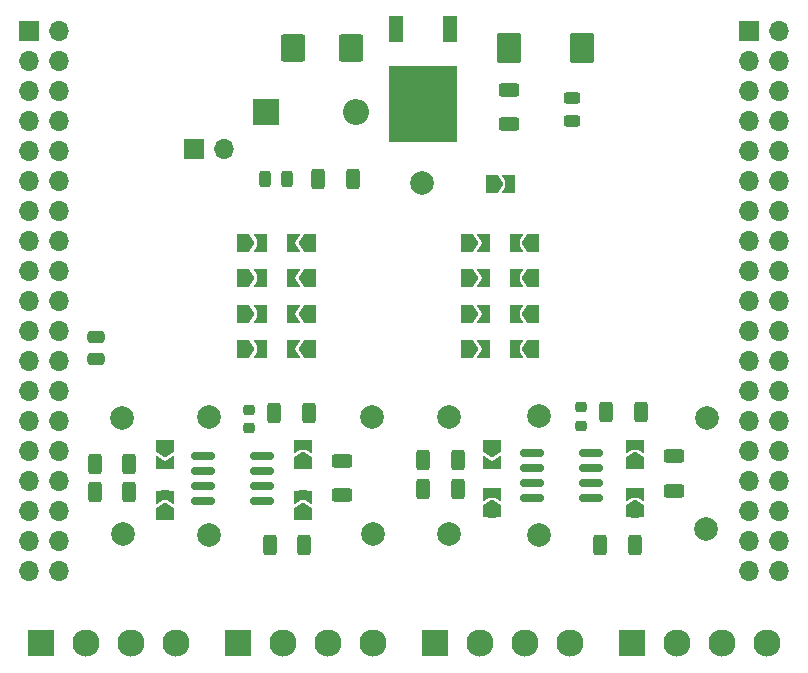
<source format=gts>
%TF.GenerationSoftware,KiCad,Pcbnew,6.0.11-2627ca5db0~126~ubuntu22.04.1*%
%TF.CreationDate,2023-09-22T10:59:18+02:00*%
%TF.ProjectId,nucleo_f302r8_extension,6e75636c-656f-45f6-9633-303272385f65,0.1*%
%TF.SameCoordinates,Original*%
%TF.FileFunction,Soldermask,Top*%
%TF.FilePolarity,Negative*%
%FSLAX46Y46*%
G04 Gerber Fmt 4.6, Leading zero omitted, Abs format (unit mm)*
G04 Created by KiCad (PCBNEW 6.0.11-2627ca5db0~126~ubuntu22.04.1) date 2023-09-22 10:59:18*
%MOMM*%
%LPD*%
G01*
G04 APERTURE LIST*
G04 Aperture macros list*
%AMRoundRect*
0 Rectangle with rounded corners*
0 $1 Rounding radius*
0 $2 $3 $4 $5 $6 $7 $8 $9 X,Y pos of 4 corners*
0 Add a 4 corners polygon primitive as box body*
4,1,4,$2,$3,$4,$5,$6,$7,$8,$9,$2,$3,0*
0 Add four circle primitives for the rounded corners*
1,1,$1+$1,$2,$3*
1,1,$1+$1,$4,$5*
1,1,$1+$1,$6,$7*
1,1,$1+$1,$8,$9*
0 Add four rect primitives between the rounded corners*
20,1,$1+$1,$2,$3,$4,$5,0*
20,1,$1+$1,$4,$5,$6,$7,0*
20,1,$1+$1,$6,$7,$8,$9,0*
20,1,$1+$1,$8,$9,$2,$3,0*%
%AMFreePoly0*
4,1,6,1.000000,0.000000,0.500000,-0.750000,-0.500000,-0.750000,-0.500000,0.750000,0.500000,0.750000,1.000000,0.000000,1.000000,0.000000,$1*%
%AMFreePoly1*
4,1,6,0.500000,-0.750000,-0.650000,-0.750000,-0.150000,0.000000,-0.650000,0.750000,0.500000,0.750000,0.500000,-0.750000,0.500000,-0.750000,$1*%
G04 Aperture macros list end*
%ADD10R,1.700000X1.700000*%
%ADD11O,1.700000X1.700000*%
%ADD12R,1.524000X1.524000*%
%ADD13C,1.524000*%
%ADD14RoundRect,0.200000X0.275000X-0.200000X0.275000X0.200000X-0.275000X0.200000X-0.275000X-0.200000X0*%
%ADD15RoundRect,0.200000X-0.200000X-0.275000X0.200000X-0.275000X0.200000X0.275000X-0.200000X0.275000X0*%
%ADD16RoundRect,0.200000X0.200000X0.275000X-0.200000X0.275000X-0.200000X-0.275000X0.200000X-0.275000X0*%
%ADD17C,2.000000*%
%ADD18R,2.300000X2.300000*%
%ADD19C,2.300000*%
%ADD20RoundRect,0.250000X-0.625000X0.312500X-0.625000X-0.312500X0.625000X-0.312500X0.625000X0.312500X0*%
%ADD21RoundRect,0.225000X-0.250000X0.225000X-0.250000X-0.225000X0.250000X-0.225000X0.250000X0.225000X0*%
%ADD22FreePoly0,0.000000*%
%ADD23FreePoly1,0.000000*%
%ADD24RoundRect,0.250000X0.625000X-0.312500X0.625000X0.312500X-0.625000X0.312500X-0.625000X-0.312500X0*%
%ADD25FreePoly0,90.000000*%
%ADD26FreePoly1,90.000000*%
%ADD27RoundRect,0.243750X-0.243750X-0.456250X0.243750X-0.456250X0.243750X0.456250X-0.243750X0.456250X0*%
%ADD28RoundRect,0.250000X0.312500X0.625000X-0.312500X0.625000X-0.312500X-0.625000X0.312500X-0.625000X0*%
%ADD29R,1.200000X2.200000*%
%ADD30R,5.800000X6.400000*%
%ADD31RoundRect,0.150000X-0.825000X-0.150000X0.825000X-0.150000X0.825000X0.150000X-0.825000X0.150000X0*%
%ADD32FreePoly0,180.000000*%
%ADD33FreePoly1,180.000000*%
%ADD34RoundRect,0.250000X-0.312500X-0.625000X0.312500X-0.625000X0.312500X0.625000X-0.312500X0.625000X0*%
%ADD35RoundRect,0.243750X-0.456250X0.243750X-0.456250X-0.243750X0.456250X-0.243750X0.456250X0.243750X0*%
%ADD36FreePoly0,270.000000*%
%ADD37FreePoly1,270.000000*%
%ADD38RoundRect,0.250000X0.787500X0.925000X-0.787500X0.925000X-0.787500X-0.925000X0.787500X-0.925000X0*%
%ADD39RoundRect,0.250000X-0.475000X0.250000X-0.475000X-0.250000X0.475000X-0.250000X0.475000X0.250000X0*%
%ADD40RoundRect,0.250000X-0.787500X-1.025000X0.787500X-1.025000X0.787500X1.025000X-0.787500X1.025000X0*%
%ADD41R,2.200000X2.200000*%
%ADD42O,2.200000X2.200000*%
G04 APERTURE END LIST*
D10*
%TO.C,J5*%
X60900000Y-82200000D03*
D11*
X63440000Y-82200000D03*
%TD*%
D12*
%TO.C,JP17*%
X60900000Y-82200000D03*
D13*
X63440000Y-82200000D03*
%TD*%
D14*
%TO.C,R27*%
X98300000Y-108925000D03*
X98300000Y-107275000D03*
%TD*%
%TO.C,R26*%
X98300000Y-113025000D03*
X98300000Y-111375000D03*
%TD*%
%TO.C,R25*%
X70200000Y-108925000D03*
X70200000Y-107275000D03*
%TD*%
%TO.C,R24*%
X70200000Y-113225000D03*
X70200000Y-111575000D03*
%TD*%
%TO.C,R23*%
X86200000Y-113025000D03*
X86200000Y-111375000D03*
%TD*%
%TO.C,R22*%
X58500000Y-113225000D03*
X58500000Y-111575000D03*
%TD*%
D15*
%TO.C,R21*%
X86075000Y-85200000D03*
X87725000Y-85200000D03*
%TD*%
%TO.C,R20*%
X88075000Y-90200000D03*
X89725000Y-90200000D03*
%TD*%
%TO.C,R19*%
X88075000Y-96200000D03*
X89725000Y-96200000D03*
%TD*%
%TO.C,R18*%
X88075000Y-93200000D03*
X89725000Y-93200000D03*
%TD*%
%TO.C,R17*%
X88075000Y-99200000D03*
X89725000Y-99200000D03*
%TD*%
D16*
%TO.C,R16*%
X66675000Y-90200000D03*
X65025000Y-90200000D03*
%TD*%
%TO.C,R15*%
X66675000Y-96200000D03*
X65025000Y-96200000D03*
%TD*%
%TO.C,R14*%
X66675000Y-93200000D03*
X65025000Y-93200000D03*
%TD*%
%TO.C,R13*%
X66675000Y-99200000D03*
X65025000Y-99200000D03*
%TD*%
D17*
%TO.C,TP2*%
X76000000Y-104900000D03*
%TD*%
D18*
%TO.C,J1*%
X47939200Y-124100000D03*
D19*
X51749200Y-124100000D03*
X55559200Y-124100000D03*
X59369200Y-124100000D03*
%TD*%
D20*
%TO.C,R2*%
X73500000Y-108637500D03*
X73500000Y-111562500D03*
%TD*%
D21*
%TO.C,C2*%
X93737500Y-104125000D03*
X93737500Y-105675000D03*
%TD*%
D22*
%TO.C,JP9*%
X84075000Y-99200000D03*
D23*
X85525000Y-99200000D03*
%TD*%
D17*
%TO.C,TP9*%
X90137500Y-114900000D03*
%TD*%
D10*
%TO.C,J10*%
X107950000Y-72272200D03*
D11*
X110490000Y-72272200D03*
X107950000Y-74812200D03*
X110490000Y-74812200D03*
X107950000Y-77352200D03*
X110490000Y-77352200D03*
X107950000Y-79892200D03*
X110490000Y-79892200D03*
X107950000Y-82432200D03*
X110490000Y-82432200D03*
X107950000Y-84972200D03*
X110490000Y-84972200D03*
X107950000Y-87512200D03*
X110490000Y-87512200D03*
X107950000Y-90052200D03*
X110490000Y-90052200D03*
X107950000Y-92592200D03*
X110490000Y-92592200D03*
X107950000Y-95132200D03*
X110490000Y-95132200D03*
X107950000Y-97672200D03*
X110490000Y-97672200D03*
X107950000Y-100212200D03*
X110490000Y-100212200D03*
X107950000Y-102752200D03*
X110490000Y-102752200D03*
X107950000Y-105292200D03*
X110490000Y-105292200D03*
X107950000Y-107832200D03*
X110490000Y-107832200D03*
X107950000Y-110372200D03*
X110490000Y-110372200D03*
X107950000Y-112912200D03*
X110490000Y-112912200D03*
X107950000Y-115452200D03*
X110490000Y-115452200D03*
X107950000Y-117992200D03*
X110490000Y-117992200D03*
%TD*%
D18*
%TO.C,J2*%
X64639200Y-124100000D03*
D19*
X68449200Y-124100000D03*
X72259200Y-124100000D03*
X76069200Y-124100000D03*
%TD*%
D24*
%TO.C,R7*%
X87600000Y-80162500D03*
X87600000Y-77237500D03*
%TD*%
D25*
%TO.C,JP20*%
X58500000Y-113125000D03*
D26*
X58500000Y-111675000D03*
%TD*%
D17*
%TO.C,TP13*%
X80200000Y-85100000D03*
%TD*%
D27*
%TO.C,LED2*%
X66962500Y-84800000D03*
X68837500Y-84800000D03*
%TD*%
D22*
%TO.C,JP4*%
X65125000Y-90200000D03*
D23*
X66575000Y-90200000D03*
%TD*%
D28*
%TO.C,R9*%
X55462500Y-108900000D03*
X52537500Y-108900000D03*
%TD*%
D29*
%TO.C,U3*%
X78020000Y-72100000D03*
D30*
X80300000Y-78400000D03*
D29*
X82580000Y-72100000D03*
%TD*%
D28*
%TO.C,R3*%
X70262500Y-115800000D03*
X67337500Y-115800000D03*
%TD*%
D18*
%TO.C,J3*%
X81339200Y-124100000D03*
D19*
X85149200Y-124100000D03*
X88959200Y-124100000D03*
X92769200Y-124100000D03*
%TD*%
D22*
%TO.C,JP3*%
X65125000Y-96200000D03*
D23*
X66575000Y-96200000D03*
%TD*%
D31*
%TO.C,U2*%
X89562500Y-107995000D03*
X89562500Y-109265000D03*
X89562500Y-110535000D03*
X89562500Y-111805000D03*
X94512500Y-111805000D03*
X94512500Y-110535000D03*
X94512500Y-109265000D03*
X94512500Y-107995000D03*
%TD*%
D32*
%TO.C,JP6*%
X70725000Y-93200000D03*
D33*
X69275000Y-93200000D03*
%TD*%
D22*
%TO.C,JP11*%
X84075000Y-96200000D03*
D23*
X85525000Y-96200000D03*
%TD*%
D25*
%TO.C,JP25*%
X98300000Y-112925000D03*
D26*
X98300000Y-111475000D03*
%TD*%
D34*
%TO.C,R1*%
X67737500Y-104600000D03*
X70662500Y-104600000D03*
%TD*%
D25*
%TO.C,JP23*%
X70200000Y-113125000D03*
D26*
X70200000Y-111675000D03*
%TD*%
D25*
%TO.C,JP24*%
X70200000Y-108825000D03*
D26*
X70200000Y-107375000D03*
%TD*%
D32*
%TO.C,JP16*%
X89625000Y-90200000D03*
D33*
X88175000Y-90200000D03*
%TD*%
D35*
%TO.C,LED1*%
X92900000Y-77962500D03*
X92900000Y-79837500D03*
%TD*%
D25*
%TO.C,JP22*%
X86200000Y-112925000D03*
D26*
X86200000Y-111475000D03*
%TD*%
D32*
%TO.C,JP8*%
X70725000Y-90200000D03*
D33*
X69275000Y-90200000D03*
%TD*%
D20*
%TO.C,R5*%
X101600000Y-108237500D03*
X101600000Y-111162500D03*
%TD*%
D28*
%TO.C,R10*%
X55462500Y-111300000D03*
X52537500Y-111300000D03*
%TD*%
D17*
%TO.C,TP7*%
X104300000Y-114400000D03*
%TD*%
D32*
%TO.C,JP15*%
X89625000Y-96200000D03*
D33*
X88175000Y-96200000D03*
%TD*%
D32*
%TO.C,JP7*%
X70725000Y-96200000D03*
D33*
X69275000Y-96200000D03*
%TD*%
D36*
%TO.C,JP21*%
X86200000Y-107375000D03*
D37*
X86200000Y-108825000D03*
%TD*%
D10*
%TO.C,J7*%
X46990000Y-72272200D03*
D11*
X49530000Y-72272200D03*
X46990000Y-74812200D03*
X49530000Y-74812200D03*
X46990000Y-77352200D03*
X49530000Y-77352200D03*
X46990000Y-79892200D03*
X49530000Y-79892200D03*
X46990000Y-82432200D03*
X49530000Y-82432200D03*
X46990000Y-84972200D03*
X49530000Y-84972200D03*
X46990000Y-87512200D03*
X49530000Y-87512200D03*
X46990000Y-90052200D03*
X49530000Y-90052200D03*
X46990000Y-92592200D03*
X49530000Y-92592200D03*
X46990000Y-95132200D03*
X49530000Y-95132200D03*
X46990000Y-97672200D03*
X49530000Y-97672200D03*
X46990000Y-100212200D03*
X49530000Y-100212200D03*
X46990000Y-102752200D03*
X49530000Y-102752200D03*
X46990000Y-105292200D03*
X49530000Y-105292200D03*
X46990000Y-107832200D03*
X49530000Y-107832200D03*
X46990000Y-110372200D03*
X49530000Y-110372200D03*
X46990000Y-112912200D03*
X49530000Y-112912200D03*
X46990000Y-115452200D03*
X49530000Y-115452200D03*
X46990000Y-117992200D03*
X49530000Y-117992200D03*
%TD*%
D17*
%TO.C,TP4*%
X62200000Y-104900000D03*
%TD*%
D22*
%TO.C,JP12*%
X84075000Y-90200000D03*
D23*
X85525000Y-90200000D03*
%TD*%
D38*
%TO.C,C5*%
X74262500Y-73700000D03*
X69337500Y-73700000D03*
%TD*%
D17*
%TO.C,TP5*%
X54900000Y-114800000D03*
%TD*%
D34*
%TO.C,R4*%
X95837500Y-104500000D03*
X98762500Y-104500000D03*
%TD*%
D32*
%TO.C,JP13*%
X89625000Y-99200000D03*
D33*
X88175000Y-99200000D03*
%TD*%
D39*
%TO.C,C3*%
X52600000Y-98150000D03*
X52600000Y-100050000D03*
%TD*%
D22*
%TO.C,JP2*%
X65125000Y-93200000D03*
D23*
X66575000Y-93200000D03*
%TD*%
D17*
%TO.C,TP1*%
X76100000Y-114800000D03*
%TD*%
D28*
%TO.C,R8*%
X74362500Y-84800000D03*
X71437500Y-84800000D03*
%TD*%
D36*
%TO.C,JP19*%
X58500000Y-107375000D03*
D37*
X58500000Y-108825000D03*
%TD*%
D32*
%TO.C,JP5*%
X70725000Y-99200000D03*
D33*
X69275000Y-99200000D03*
%TD*%
D22*
%TO.C,JP1*%
X65125000Y-99200000D03*
D23*
X66575000Y-99200000D03*
%TD*%
D17*
%TO.C,TP10*%
X90137500Y-104850000D03*
%TD*%
D28*
%TO.C,R11*%
X83262500Y-108600000D03*
X80337500Y-108600000D03*
%TD*%
D17*
%TO.C,TP3*%
X62200000Y-114900000D03*
%TD*%
D40*
%TO.C,C4*%
X87587500Y-73700000D03*
X93812500Y-73700000D03*
%TD*%
D28*
%TO.C,R6*%
X98262500Y-115800000D03*
X95337500Y-115800000D03*
%TD*%
D22*
%TO.C,JP10*%
X84075000Y-93200000D03*
D23*
X85525000Y-93200000D03*
%TD*%
D31*
%TO.C,U1*%
X61725000Y-108195000D03*
X61725000Y-109465000D03*
X61725000Y-110735000D03*
X61725000Y-112005000D03*
X66675000Y-112005000D03*
X66675000Y-110735000D03*
X66675000Y-109465000D03*
X66675000Y-108195000D03*
%TD*%
D17*
%TO.C,TP11*%
X82537500Y-114800000D03*
%TD*%
D26*
%TO.C,JP26*%
X98300000Y-107375000D03*
D25*
X98300000Y-108825000D03*
%TD*%
D17*
%TO.C,TP8*%
X104400000Y-105000000D03*
%TD*%
D18*
%TO.C,J4*%
X98039200Y-124100000D03*
D19*
X101849200Y-124100000D03*
X105659200Y-124100000D03*
X109469200Y-124100000D03*
%TD*%
D28*
%TO.C,R12*%
X83262500Y-111000000D03*
X80337500Y-111000000D03*
%TD*%
D17*
%TO.C,TP12*%
X82500000Y-104950000D03*
%TD*%
D22*
%TO.C,JP18*%
X86175000Y-85200000D03*
D23*
X87625000Y-85200000D03*
%TD*%
D17*
%TO.C,TP6*%
X54800000Y-105000000D03*
%TD*%
D21*
%TO.C,C1*%
X65600000Y-104325000D03*
X65600000Y-105875000D03*
%TD*%
D32*
%TO.C,JP14*%
X89625000Y-93200000D03*
D33*
X88175000Y-93200000D03*
%TD*%
D41*
%TO.C,D1*%
X66990000Y-79100000D03*
D42*
X74610000Y-79100000D03*
%TD*%
M02*

</source>
